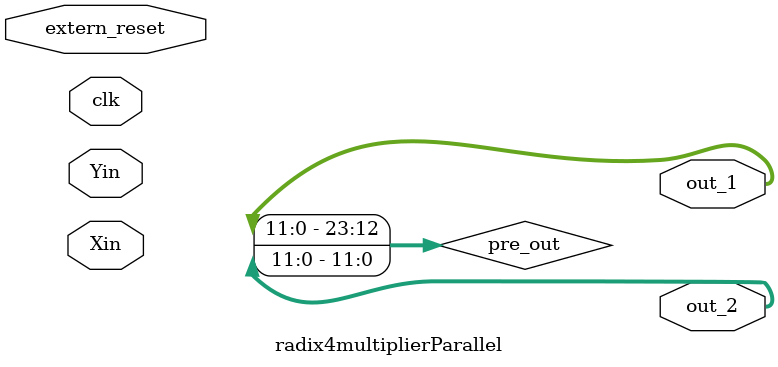
<source format=v>

module radix4multiplierParallel
#
(
	parameter no_of_digits = 4,
	parameter radix_bits = 3,
	parameter radix = 4,
	parameter delta = 2,
	parameter full_result_sel = 1
)

(
	Xin,
	Yin,
	clk,
	out_1,
	out_2,
	extern_reset
);

	input [no_of_digits*radix_bits-1:0] Xin;
	input [no_of_digits*radix_bits-1:0] Yin;
	input clk;
	input extern_reset;
	output wire [no_of_digits*radix_bits-1:0] out_1;
	output wire [no_of_digits*radix_bits-1:0] out_2;
	wire [2*no_of_digits*radix_bits-1:0] pre_out;

	
	assign out_1 = pre_out[2*no_of_digits*radix_bits-1:no_of_digits*radix_bits];
	assign out_2 = pre_out[no_of_digits*radix_bits-1:0];
	wire [radix_bits-1:0] W;

	
	genvar i;
	
	generate
	for (i=0; i<no_of_digits; i=i+1)
	begin : mult_block
		
	end
	endgenerate
	
endmodule
	
</source>
